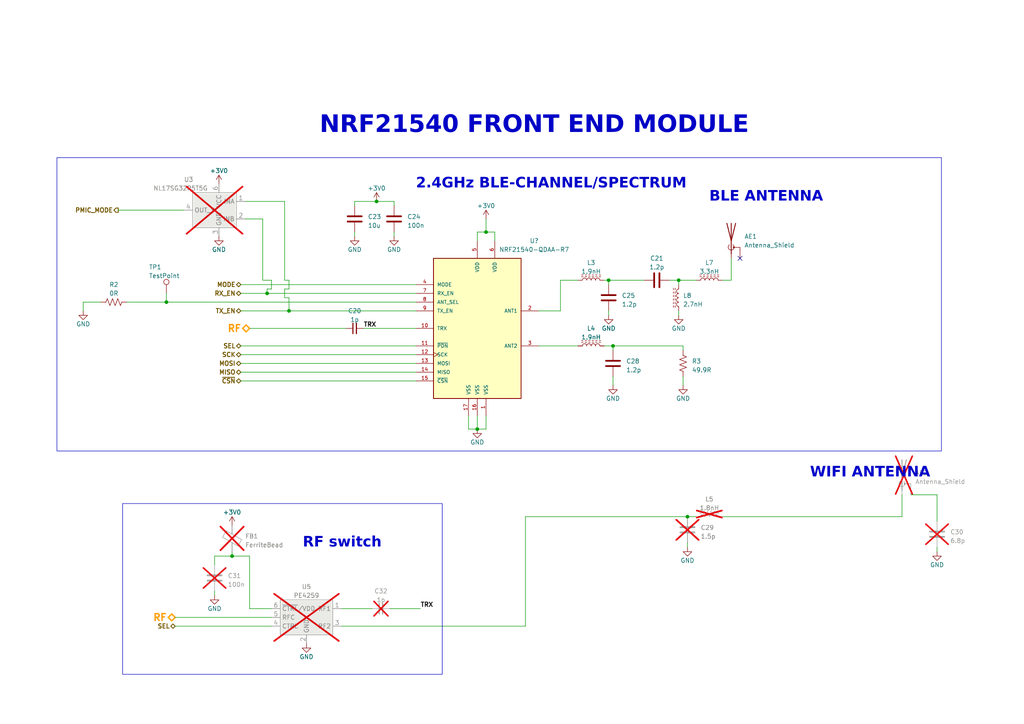
<source format=kicad_sch>
(kicad_sch (version 20230121) (generator eeschema)
  (paper "A4")
  (lib_symbols
    (symbol "Connector:TestPoint" (pin_numbers hide) (pin_names (offset 0.762) hide)
      (property "Reference" "TP" (at 0 6.858 0))
      (property "Value" "TestPoint" (at 0 5.08 0))
      (symbol "TestPoint_0_1"
        (circle (center 0 3.302) (radius 0.762))
      )
      (symbol "TestPoint_1_1"
        (pin passive line (at 0 0 90) (length 2.54) (name "1") (number "1"))
      )
    )
    (symbol "Device:Antenna_Shield" (pin_numbers hide) (pin_names (offset 1.016) hide)
      (property "Reference" "AE" (at -1.905 4.445 0))
      (property "Value" "Antenna_Shield" (at -1.905 2.54 0))
      (symbol "Antenna_Shield_0_1"
        (arc (start -0.508 -1.143) (mid -0.8429 -2.1194) (end 0 -2.667))
        (arc (start 0 -2.667) (mid 0.7989 -2.1052) (end 0.508 -1.143))
        (polyline (pts (xy 0 -2.54) (xy 0 0)))
        (polyline (pts (xy 0 5.08) (xy 0 -3.81)) (stroke (width 0.254)))
        (polyline (pts (xy 0.762 -1.905) (xy 2.54 -1.905)))
        (polyline (pts (xy 2.54 -2.54) (xy 2.54 -1.905)))
        (polyline (pts (xy 1.27 5.08) (xy 0 0) (xy -1.27 5.08)) (stroke (width 0.254)))
        (circle (center 0.762 -1.905) (radius 0.1778) (fill (type outline)))
      )
      (symbol "Antenna_Shield_1_1"
        (pin input line (at 0 -5.08 90) (length 2.54) (name "A") (number "1"))
        (pin input line (at 2.54 -5.08 90) (length 2.54) (name "Shield") (number "2"))
      )
    )
    (symbol "Device:C" (pin_numbers hide) (pin_names (offset 0.254))
      (property "Reference" "C" (at 0.635 2.54 0))
      (property "Value" "C" (at 0.635 -2.54 0))
      (symbol "C_0_1"
        (polyline (pts (xy -2.032 -0.762) (xy 2.032 -0.762)) (stroke (width 0.508)))
        (polyline (pts (xy -2.032 0.762) (xy 2.032 0.762)) (stroke (width 0.508)))
      )
      (symbol "C_1_1"
        (pin passive line (at 0 3.81 270) (length 2.794) (name "~") (number "1"))
        (pin passive line (at 0 -3.81 90) (length 2.794) (name "~") (number "2"))
      )
    )
    (symbol "Device:C_Small" (pin_numbers hide) (pin_names (offset 0.254) hide)
      (property "Reference" "C" (at 0.254 1.778 0))
      (property "Value" "C_Small" (at 0.254 -2.032 0))
      (symbol "C_Small_0_1"
        (polyline (pts (xy -1.524 -0.508) (xy 1.524 -0.508)) (stroke (width 0.3302)))
        (polyline (pts (xy -1.524 0.508) (xy 1.524 0.508)) (stroke (width 0.3048)))
      )
      (symbol "C_Small_1_1"
        (pin passive line (at 0 2.54 270) (length 2.032) (name "~") (number "1"))
        (pin passive line (at 0 -2.54 90) (length 2.032) (name "~") (number "2"))
      )
    )
    (symbol "Device:FerriteBead" (pin_numbers hide) (pin_names (offset 0))
      (property "Reference" "FB" (at -3.81 0.635 90))
      (property "Value" "FerriteBead" (at 3.81 0 90))
      (symbol "FerriteBead_0_1"
        (polyline (pts (xy 0 -1.27) (xy 0 -1.2192)))
        (polyline (pts (xy 0 1.27) (xy 0 1.2954)))
        (polyline (pts (xy -2.7686 0.4064) (xy -1.7018 2.2606) (xy 2.7686 -0.3048) (xy 1.6764 -2.159) (xy -2.7686 0.4064)))
      )
      (symbol "FerriteBead_1_1"
        (pin passive line (at 0 3.81 270) (length 2.54) (name "~") (number "1"))
        (pin passive line (at 0 -3.81 90) (length 2.54) (name "~") (number "2"))
      )
    )
    (symbol "Device:L_Ferrite" (pin_numbers hide) (pin_names (offset 1.016) hide)
      (property "Reference" "L" (at -1.27 0 90))
      (property "Value" "L_Ferrite" (at 2.794 0 90))
      (symbol "L_Ferrite_0_1"
        (arc (start 0 -2.54) (mid 0.6323 -1.905) (end 0 -1.27))
        (arc (start 0 -1.27) (mid 0.6323 -0.635) (end 0 0))
        (polyline (pts (xy 1.016 -2.794) (xy 1.016 -2.286)))
        (polyline (pts (xy 1.016 -1.778) (xy 1.016 -1.27)))
        (polyline (pts (xy 1.016 -0.762) (xy 1.016 -0.254)))
        (polyline (pts (xy 1.016 0.254) (xy 1.016 0.762)))
        (polyline (pts (xy 1.016 1.27) (xy 1.016 1.778)))
        (polyline (pts (xy 1.016 2.286) (xy 1.016 2.794)))
        (polyline (pts (xy 1.524 -2.286) (xy 1.524 -2.794)))
        (polyline (pts (xy 1.524 -1.27) (xy 1.524 -1.778)))
        (polyline (pts (xy 1.524 -0.254) (xy 1.524 -0.762)))
        (polyline (pts (xy 1.524 0.762) (xy 1.524 0.254)))
        (polyline (pts (xy 1.524 1.778) (xy 1.524 1.27)))
        (polyline (pts (xy 1.524 2.794) (xy 1.524 2.286)))
        (arc (start 0 0) (mid 0.6323 0.635) (end 0 1.27))
        (arc (start 0 1.27) (mid 0.6323 1.905) (end 0 2.54))
      )
      (symbol "L_Ferrite_1_1"
        (pin passive line (at 0 3.81 270) (length 1.27) (name "1") (number "1"))
        (pin passive line (at 0 -3.81 90) (length 1.27) (name "2") (number "2"))
      )
    )
    (symbol "Device:R_US" (pin_numbers hide) (pin_names (offset 0))
      (property "Reference" "R" (at 2.54 0 90))
      (property "Value" "R_US" (at -2.54 0 90))
      (symbol "R_US_0_1"
        (polyline (pts (xy 0 -2.286) (xy 0 -2.54)))
        (polyline (pts (xy 0 2.286) (xy 0 2.54)))
        (polyline (pts (xy 0 -0.762) (xy 1.016 -1.143) (xy 0 -1.524) (xy -1.016 -1.905) (xy 0 -2.286)))
        (polyline (pts (xy 0 0.762) (xy 1.016 0.381) (xy 0 0) (xy -1.016 -0.381) (xy 0 -0.762)))
        (polyline (pts (xy 0 2.286) (xy 1.016 1.905) (xy 0 1.524) (xy -1.016 1.143) (xy 0 0.762)))
      )
      (symbol "R_US_1_1"
        (pin passive line (at 0 3.81 270) (length 1.27) (name "~") (number "1"))
        (pin passive line (at 0 -3.81 90) (length 1.27) (name "~") (number "2"))
      )
    )
    (symbol "GCL_Integrated-Circuits:NL17SG32P5T5G"
      (property "Reference" "U" (at -7.62 -2.54 0))
      (property "Value" "NL17SG32P5T5G" (at 0 2.54 0))
      (symbol "NL17SG32P5T5G_0_0"
        (pin passive line (at -7.62 -5.08 0) (length 2.54) (name "INA") (number "1"))
        (pin passive line (at -7.62 -10.16 0) (length 2.54) (name "INB") (number "2"))
        (pin passive line (at 0 -15.24 90) (length 2.54) (name "GND") (number "3"))
        (pin passive line (at 10.16 -7.62 180) (length 2.54) (name "OUT_Y") (number "4"))
        (pin no_connect line (at -7.62 -7.62 0) (length 2.54) hide (name "NC") (number "5"))
        (pin passive line (at 0 0 270) (length 2.54) (name "VCC") (number "6"))
      )
      (symbol "NL17SG32P5T5G_0_1"
        (rectangle (start -5.08 -2.54) (end 7.62 -12.7) (fill (type background)))
      )
    )
    (symbol "GCL_Integrated-Circuits:NRF21540-QDAA-R7" (pin_names (offset 1.016))
      (property "Reference" "U" (at -12.7 21.209 0))
      (property "Value" "NRF21540-QDAA-R7" (at -25.4 -22.86 0))
      (symbol "NRF21540-QDAA-R7_0_0"
        (rectangle (start -12.7 -20.32) (end 12.7 20.32) (stroke (width 0.254)) (fill (type background)))
        (pin power_in line (at 2.54 -25.4 90) (length 5.08) (name "VSS") (number "1"))
        (pin bidirectional line (at -17.78 0 0) (length 5.08) (name "TRX") (number "10"))
        (pin input line (at -17.78 -5.08 0) (length 5.08) (name "~{PDN}") (number "11"))
        (pin input clock (at -17.78 -7.62 0) (length 5.08) (name "SCK") (number "12"))
        (pin input line (at -17.78 -10.16 0) (length 5.08) (name "MOSI") (number "13"))
        (pin output line (at -17.78 -12.7 0) (length 5.08) (name "MISO") (number "14"))
        (pin input line (at -17.78 -15.24 0) (length 5.08) (name "~{CSN}") (number "15"))
        (pin power_in line (at 0 -25.4 90) (length 5.08) (name "VSS") (number "16"))
        (pin power_in line (at -2.54 -25.4 90) (length 5.08) (name "VSS") (number "17"))
        (pin bidirectional line (at 17.78 5.08 180) (length 5.08) (name "ANT1") (number "2"))
        (pin bidirectional line (at 17.78 -5.08 180) (length 5.08) (name "ANT2") (number "3"))
        (pin input line (at -17.78 12.7 0) (length 5.08) (name "MODE") (number "4"))
        (pin power_in line (at 0 25.4 270) (length 5.08) (name "VDD") (number "5"))
        (pin power_in line (at 5.08 25.4 270) (length 5.08) (name "VDD") (number "6"))
        (pin input line (at -17.78 10.16 0) (length 5.08) (name "RX_EN") (number "7"))
        (pin input line (at -17.78 7.62 0) (length 5.08) (name "ANT_SEL") (number "8"))
        (pin input line (at -17.78 5.08 0) (length 5.08) (name "TX_EN") (number "9"))
      )
    )
    (symbol "GCL_Integrated-Circuits:PE4259"
      (property "Reference" "U" (at 0 5.08 0))
      (property "Value" "PE4259" (at 0 2.54 0))
      (symbol "PE4259_0_0"
        (pin passive line (at 10.16 -2.54 180) (length 2.54) (name "RF1") (number "1"))
        (pin passive line (at 0 -12.7 90) (length 2.54) (name "GND") (number "2"))
        (pin passive line (at 10.16 -7.62 180) (length 2.54) (name "RF2") (number "3"))
        (pin passive line (at -10.16 -7.62 0) (length 2.54) (name "CTRL") (number "4"))
        (pin passive line (at -10.16 -5.08 0) (length 2.54) (name "RFC") (number "5"))
        (pin passive line (at -10.16 -2.54 0) (length 2.54) (name "~{CTRL}/VDD") (number "6"))
      )
      (symbol "PE4259_0_1"
        (rectangle (start -7.62 0) (end 7.62 -10.16) (fill (type background)))
      )
    )
    (symbol "power:+3V0" (power) (pin_names (offset 0))
      (property "Value" "+3V0" (at 0 3.556 0))
      (symbol "+3V0_0_1"
        (polyline (pts (xy -0.762 1.27) (xy 0 2.54)))
        (polyline (pts (xy 0 0) (xy 0 2.54)))
        (polyline (pts (xy 0 2.54) (xy 0.762 1.27)))
      )
      (symbol "+3V0_1_1"
        (pin power_in line (at 0 0 90) (length 0) hide (name "+3V0") (number "1"))
      )
    )
    (symbol "power:GND" (power) (pin_names (offset 0))
      (property "Value" "GND" (at 0 -3.81 0))
      (symbol "GND_0_1"
        (polyline (pts (xy 0 0) (xy 0 -1.27) (xy 1.27 -1.27) (xy 0 -2.54) (xy -1.27 -1.27) (xy 0 -1.27)))
      )
      (symbol "GND_1_1"
        (pin power_in line (at 0 0 270) (length 0) hide (name "GND") (number "1"))
      )
    )
  )
  (junction (at 83.82 90.17))
  (junction (at 48.26 87.63))
  (junction (at 77.47 85.09))
  (junction (at 138.43 124.46))
  (junction (at 140.97 67.31))
  (junction (at 177.8 100.33))
  (junction (at 67.31 161.29))
  (junction (at 199.39 149.86))
  (junction (at 196.85 81.28))
  (junction (at 176.53 81.28))
  (junction (at 109.22 58.42))
  (no_connect (at 214.63 74.93))
  (wire (pts (xy 209.55 81.28) (xy 212.09 81.28)))
  (wire (pts (xy 198.12 109.22) (xy 198.12 111.76)))
  (wire (pts (xy 138.43 120.65) (xy 138.43 124.46)))
  (wire (pts (xy 105.41 95.25) (xy 120.65 95.25)))
  (wire (pts (xy 156.21 100.33) (xy 167.64 100.33)))
  (wire (pts (xy 48.26 87.63) (xy 120.65 87.63)))
  (wire (pts (xy 99.06 176.53) (xy 107.95 176.53)))
  (wire (pts (xy 209.55 149.86) (xy 261.62 149.86)))
  (wire (pts (xy 264.16 143.51) (xy 271.78 143.51)))
  (wire (pts (xy 69.85 90.17) (xy 83.82 90.17)))
  (wire (pts (xy 69.85 105.41) (xy 120.65 105.41)))
  (wire (pts (xy 135.89 124.46) (xy 138.43 124.46)))
  (wire (pts (xy 199.39 158.75) (xy 199.39 157.48)))
  (wire (pts (xy 62.23 172.72) (xy 62.23 171.45)))
  (wire (pts (xy 114.3 59.69) (xy 114.3 58.42)))
  (wire (pts (xy 271.78 160.02) (xy 271.78 158.75)))
  (wire (pts (xy 152.4 181.61) (xy 152.4 149.86)))
  (wire (pts (xy 69.85 82.55) (xy 120.65 82.55)))
  (wire (pts (xy 140.97 67.31) (xy 143.51 67.31)))
  (wire (pts (xy 271.78 143.51) (xy 271.78 151.13)))
  (wire (pts (xy 76.2 63.5) (xy 71.12 63.5)))
  (wire (pts (xy 77.47 85.09) (xy 120.65 85.09)))
  (wire (pts (xy 162.56 90.17) (xy 162.56 81.28)))
  (wire (pts (xy 77.47 83.82) (xy 78.74 83.82)))
  (wire (pts (xy 138.43 67.31) (xy 138.43 69.85)))
  (wire (pts (xy 138.43 124.46) (xy 140.97 124.46)))
  (wire (pts (xy 69.85 107.95) (xy 120.65 107.95)))
  (wire (pts (xy 72.39 161.29) (xy 67.31 161.29)))
  (wire (pts (xy 69.85 100.33) (xy 120.65 100.33)))
  (wire (pts (xy 72.39 95.25) (xy 100.33 95.25)))
  (wire (pts (xy 176.53 81.28) (xy 186.69 81.28)))
  (wire (pts (xy 62.23 161.29) (xy 62.23 163.83)))
  (wire (pts (xy 102.87 68.58) (xy 102.87 67.31)))
  (wire (pts (xy 34.29 60.96) (xy 53.34 60.96)))
  (wire (pts (xy 24.13 87.63) (xy 29.21 87.63)))
  (wire (pts (xy 156.21 90.17) (xy 162.56 90.17)))
  (wire (pts (xy 175.26 81.28) (xy 176.53 81.28)))
  (wire (pts (xy 196.85 81.28) (xy 201.93 81.28)))
  (wire (pts (xy 140.97 67.31) (xy 138.43 67.31)))
  (wire (pts (xy 67.31 160.02) (xy 67.31 161.29)))
  (wire (pts (xy 176.53 91.44) (xy 176.53 90.17)))
  (wire (pts (xy 82.55 86.36) (xy 83.82 86.36)))
  (wire (pts (xy 69.85 85.09) (xy 77.47 85.09)))
  (wire (pts (xy 102.87 58.42) (xy 102.87 59.69)))
  (wire (pts (xy 143.51 67.31) (xy 143.51 69.85)))
  (wire (pts (xy 83.82 81.28) (xy 83.82 83.82)))
  (wire (pts (xy 72.39 161.29) (xy 72.39 176.53)))
  (wire (pts (xy 140.97 63.5) (xy 140.97 67.31)))
  (wire (pts (xy 212.09 74.93) (xy 212.09 81.28)))
  (wire (pts (xy 36.83 87.63) (xy 48.26 87.63)))
  (wire (pts (xy 71.12 58.42) (xy 82.55 58.42)))
  (wire (pts (xy 67.31 161.29) (xy 62.23 161.29)))
  (wire (pts (xy 83.82 90.17) (xy 120.65 90.17)))
  (wire (pts (xy 140.97 124.46) (xy 140.97 120.65)))
  (wire (pts (xy 76.2 81.28) (xy 76.2 63.5)))
  (wire (pts (xy 69.85 102.87) (xy 120.65 102.87)))
  (wire (pts (xy 177.8 100.33) (xy 198.12 100.33)))
  (wire (pts (xy 24.13 87.63) (xy 24.13 90.17)))
  (wire (pts (xy 50.8 181.61) (xy 78.74 181.61)))
  (wire (pts (xy 196.85 81.28) (xy 196.85 82.55)))
  (wire (pts (xy 176.53 81.28) (xy 176.53 82.55)))
  (wire (pts (xy 78.74 176.53) (xy 72.39 176.53)))
  (wire (pts (xy 83.82 83.82) (xy 82.55 83.82)))
  (wire (pts (xy 152.4 149.86) (xy 199.39 149.86)))
  (wire (pts (xy 82.55 58.42) (xy 82.55 81.28)))
  (wire (pts (xy 135.89 120.65) (xy 135.89 124.46)))
  (wire (pts (xy 114.3 68.58) (xy 114.3 67.31)))
  (wire (pts (xy 77.47 85.09) (xy 77.47 83.82)))
  (wire (pts (xy 196.85 91.44) (xy 196.85 90.17)))
  (wire (pts (xy 48.26 85.09) (xy 48.26 87.63)))
  (wire (pts (xy 50.8 179.07) (xy 78.74 179.07)))
  (wire (pts (xy 69.85 110.49) (xy 120.65 110.49)))
  (wire (pts (xy 78.74 81.28) (xy 76.2 81.28)))
  (wire (pts (xy 162.56 81.28) (xy 167.64 81.28)))
  (wire (pts (xy 177.8 111.76) (xy 177.8 109.22)))
  (wire (pts (xy 99.06 181.61) (xy 152.4 181.61)))
  (wire (pts (xy 177.8 100.33) (xy 177.8 101.6)))
  (wire (pts (xy 113.03 176.53) (xy 121.92 176.53)))
  (wire (pts (xy 175.26 100.33) (xy 177.8 100.33)))
  (wire (pts (xy 82.55 83.82) (xy 82.55 86.36)))
  (wire (pts (xy 102.87 58.42) (xy 109.22 58.42)))
  (wire (pts (xy 261.62 143.51) (xy 261.62 149.86)))
  (wire (pts (xy 199.39 149.86) (xy 201.93 149.86)))
  (wire (pts (xy 82.55 81.28) (xy 83.82 81.28)))
  (wire (pts (xy 83.82 86.36) (xy 83.82 90.17)))
  (wire (pts (xy 78.74 83.82) (xy 78.74 81.28)))
  (wire (pts (xy 109.22 58.42) (xy 114.3 58.42)))
  (wire (pts (xy 194.31 81.28) (xy 196.85 81.28)))
  (wire (pts (xy 198.12 100.33) (xy 198.12 101.6)))
  (rectangle (start 35.56 146.05) (end 128.27 195.58))
  (rectangle (start 16.51 45.72) (end 273.05 130.81))
  (text "BLE ANTENNA" (at 205.74 59.69 0) (effects (font (size 3 3) bold) (justify left bottom)))
  (text "2.4GHz BLE-CHANNEL/SPECTRUM" (at 120.65 55.88 0) (effects (font (size 3 3) bold) (justify left bottom)))
  (text "NRF21540 FRONT END MODULE\n" (at 92.71 40.64 0) (effects (font (size 5 5) (thickness 1) bold) (justify left bottom)))
  (text "WIFI ANTENNA" (at 234.95 139.7 0) (effects (font (size 3 3) bold) (justify left bottom)))
  (text " RF switch" (at 86.36 160.02 0) (effects (font (size 3 3) bold) (justify left bottom)))
  (label "TRX" (at 105.41 95.25 0) (effects (font bold)))
  (label "TRX" (at 121.92 176.53 0) (effects (font bold)))
  (hierarchical_label "MISO" (shape bidirectional) (at 69.85 107.95 180) (effects (font bold)))
  (hierarchical_label "MOSI" (shape bidirectional) (at 69.85 105.41 180) (effects (font bold)))
  (hierarchical_label "~{CSN}" (shape bidirectional) (at 69.85 110.49 180) (effects (font bold)))
  (hierarchical_label "RF" (shape bidirectional) (at 72.39 95.25 180) (effects (font (size 2 2) bold)))
  (hierarchical_label "PMIC_MODE" (shape output) (at 34.29 60.96 180) (effects (font bold)))
  (hierarchical_label "MODE" (shape bidirectional) (at 69.85 82.55 180) (effects (font bold)))
  (hierarchical_label "RF" (shape bidirectional) (at 50.8 179.07 180) (effects (font (size 2 2) bold)))
  (hierarchical_label "TX_EN" (shape bidirectional) (at 69.85 90.17 180) (effects (font bold)))
  (hierarchical_label "SCK" (shape bidirectional) (at 69.85 102.87 180) (effects (font bold)))
  (hierarchical_label "RX_EN" (shape bidirectional) (at 69.85 85.09 180) (effects (font bold)))
  (hierarchical_label "SEL" (shape bidirectional) (at 69.85 100.33 180) (effects (font bold)))
  (hierarchical_label "SEL" (shape bidirectional) (at 50.8 181.61 180) (effects (font bold)))
  (symbol (lib_id "Device:C") (at 199.39 153.67 0) (unit 1) (in_bom no) (on_board no) (dnp yes)
    (property "Reference" "C29" (at 203.2 153.035 0) (effects (justify left)))
    (property "Value" "1.5p" (at 203.2 155.575 0) (effects (justify left)))
    (property "Footprint" "Capacitor_SMD:C_0402_1005Metric" (effects hide))
  )
  (symbol (lib_id "power:GND") (at 102.87 68.58 0) (unit 1)
    (property "Reference" "#PWR047" (effects hide))
    (property "Value" "GND" (at 102.87 72.39 0))
  )
  (symbol (lib_id "power:+3V0") (at 140.97 63.5 0) (unit 1)
    (property "Reference" "#PWR011" (effects hide))
    (property "Value" "+3V0" (at 140.97 59.69 0))
    (instances (project "the_thingy" (path "" (reference "#PWR011") (unit 1)) (path "" (reference "#PWR024") (unit 1)) (path "" (reference "#PWR04") (unit 1))))
  )
  (symbol (lib_id "Device:C") (at 176.53 86.36 0) (unit 1)
    (property "Reference" "C25" (at 180.34 85.725 0) (effects (justify left)))
    (property "Value" "1.2p" (at 180.34 88.265 0) (effects (justify left)))
    (property "Footprint" "Capacitor_SMD:C_0402_1005Metric" (effects hide))
  )
  (symbol (lib_id "Device:L_Ferrite") (at 171.45 81.28 90) (unit 1)
    (property "Reference" "L3" (at 171.45 76.2 90))
    (property "Value" "1.9nH" (at 171.45 78.74 90))
    (property "Footprint" "Inductor_SMD:L_0402_1005Metric" (effects hide))
  )
  (symbol (lib_id "Device:L_Ferrite") (at 171.45 100.33 90) (unit 1)
    (property "Reference" "L4" (at 171.45 95.25 90))
    (property "Value" "1.9nH" (at 171.45 97.79 90))
    (property "Footprint" "Inductor_SMD:L_0402_1005Metric" (effects hide))
  )
  (symbol (lib_id "Device:C") (at 177.8 105.41 0) (unit 1)
    (property "Reference" "C28" (at 181.61 104.775 0) (effects (justify left)))
    (property "Value" "1.2p" (at 181.61 107.315 0) (effects (justify left)))
    (property "Footprint" "Capacitor_SMD:C_0402_1005Metric" (effects hide))
  )
  (symbol (lib_id "Device:C_Small") (at 102.87 95.25 90) (unit 1)
    (property "Reference" "C20" (at 102.8763 90.17 90))
    (property "Value" "1p" (at 102.8763 92.71 90))
    (property "Footprint" "Capacitor_SMD:C_0402_1005Metric" (effects hide))
  )
  (symbol (lib_id "power:+3V0") (at 67.31 152.4 0) (unit 1)
    (property "Reference" "#PWR011" (effects hide))
    (property "Value" "+3V0" (at 67.31 148.59 0))
    (instances (project "the_thingy" (path "" (reference "#PWR011") (unit 1)) (path "" (reference "#PWR024") (unit 1)) (path "" (reference "#PWR05") (unit 1))))
  )
  (symbol (lib_id "Device:C") (at 271.78 154.94 0) (unit 1) (in_bom no) (on_board no) (dnp yes)
    (property "Reference" "C30" (at 275.59 154.305 0) (effects (justify left)))
    (property "Value" "6.8p" (at 275.59 156.845 0) (effects (justify left)))
    (property "Footprint" "Capacitor_SMD:C_0402_1005Metric" (effects hide))
  )
  (symbol (lib_id "power:GND") (at 196.85 91.44 0) (unit 1)
    (property "Reference" "#PWR043" (effects hide))
    (property "Value" "GND" (at 196.85 95.25 0))
  )
  (symbol (lib_id "GCL_Integrated-Circuits:NL17SG32P5T5G") (at 63.5 53.34 0) (mirror y) (unit 1) (in_bom no) (on_board no) (dnp yes)
    (property "Reference" "U3" (at 53.34 52.07 0) (effects (justify right)))
    (property "Value" "NL17SG32P5T5G" (at 44.45 54.61 0) (effects (justify right)))
    (property "Footprint" "Package_TO_SOT_SMD:SOT-353_SC-70-5_Handsoldering" (effects hide))
    (property "MPN" "NL17SG32P5T5G" (effects hide))
  )
  (symbol (lib_id "Device:R_US") (at 198.12 105.41 180) (unit 1)
    (property "Reference" "R3" (at 200.66 104.775 0) (effects (justify right)))
    (property "Value" "49.9R" (at 200.66 107.315 0) (effects (justify right)))
    (property "Footprint" "Resistor_SMD:R_0402_1005Metric" (effects hide))
  )
  (symbol (lib_id "power:GND") (at 24.13 90.17 0) (unit 1)
    (property "Reference" "#PWR052" (effects hide))
    (property "Value" "GND" (at 24.13 93.98 0))
  )
  (symbol (lib_id "Device:L_Ferrite") (at 205.74 149.86 90) (unit 1) (on_board no) (dnp yes)
    (property "Reference" "L5" (at 205.74 144.78 90))
    (property "Value" "1.8nH" (at 205.74 147.32 90))
    (property "Footprint" "Inductor_SMD:L_0402_1005Metric" (effects hide))
  )
  (symbol (lib_id "power:GND") (at 114.3 68.58 0) (unit 1)
    (property "Reference" "#PWR046" (effects hide))
    (property "Value" "GND" (at 114.3 72.39 0))
  )
  (symbol (lib_id "power:GND") (at 271.78 160.02 0) (unit 1)
    (property "Reference" "#PWR054" (effects hide))
    (property "Value" "GND" (at 271.78 163.83 0))
  )
  (symbol (lib_id "power:GND") (at 177.8 111.76 0) (unit 1)
    (property "Reference" "#PWR056" (effects hide))
    (property "Value" "GND" (at 177.8 115.57 0))
  )
  (symbol (lib_id "Device:R_US") (at 33.02 87.63 270) (unit 1)
    (property "Reference" "R2" (at 33.02 82.55 90))
    (property "Value" "0R" (at 33.02 85.09 90))
    (property "Footprint" "Resistor_SMD:R_0402_1005Metric" (effects hide))
  )
  (symbol (lib_id "Device:C") (at 62.23 167.64 0) (unit 1) (in_bom no) (on_board no) (dnp yes)
    (property "Reference" "C31" (at 66.04 167.005 0) (effects (justify left)))
    (property "Value" "100n" (at 66.04 169.545 0) (effects (justify left)))
    (property "Footprint" "Capacitor_SMD:C_0402_1005Metric" (effects hide))
  )
  (symbol (lib_id "power:GND") (at 62.23 172.72 0) (unit 1)
    (property "Reference" "#PWR049" (effects hide))
    (property "Value" "GND" (at 62.23 176.53 0))
  )
  (symbol (lib_id "Device:L_Ferrite") (at 205.74 81.28 90) (unit 1)
    (property "Reference" "L7" (at 205.74 76.2 90))
    (property "Value" "3.3nH" (at 205.74 78.74 90))
    (property "Footprint" "Inductor_SMD:L_0402_1005Metric" (effects hide))
  )
  (symbol (lib_id "Device:C") (at 102.87 63.5 0) (unit 1)
    (property "Reference" "C23" (at 106.68 62.865 0) (effects (justify left)))
    (property "Value" "10u" (at 106.68 65.405 0) (effects (justify left)))
    (property "Footprint" "Capacitor_SMD:C_0402_1005Metric" (effects hide))
  )
  (symbol (lib_id "Device:FerriteBead") (at 67.31 156.21 0) (unit 1) (in_bom no) (on_board no) (dnp yes)
    (property "Reference" "FB1" (at 71.12 155.5242 0) (effects (justify left)))
    (property "Value" "FerriteBead" (at 71.12 158.0642 0) (effects (justify left)))
    (property "Footprint" "Inductor_SMD:L_0402_1005Metric" (effects hide))
  )
  (symbol (lib_id "power:+3V0") (at 63.5 53.34 0) (unit 1)
    (property "Reference" "#PWR011" (effects hide))
    (property "Value" "+3V0" (at 63.5 49.53 0))
    (instances (project "the_thingy" (path "" (reference "#PWR011") (unit 1)) (path "" (reference "#PWR024") (unit 1)) (path "" (reference "#PWR03") (unit 1))))
  )
  (symbol (lib_id "GCL_Integrated-Circuits:NRF21540-QDAA-R7") (at 138.43 95.25 0) (unit 1)
    (property "Reference" "U?" (at 154.94 69.85 0))
    (property "Value" "NRF21540-QDAA-R7" (at 154.94 72.39 0))
    (property "Footprint" "Package_DFN_QFN:QFN-16-1EP_4x4mm_P0.65mm_EP2.7x2.7mm" (effects hide))
    (property "PIN_COUNT_D" "4.0" (effects hide))
    (property "B_MAX" "0.35" (effects hide))
    (property "D_NOM" "4.0" (effects hide))
    (property "D2_NOM" "2.65" (effects hide))
    (property "E2_NOM" "2.65" (effects hide))
    (property "A_MAX" "0.95" (effects hide))
    (property "L_MAX" "0.45" (effects hide))
    (property "L_NOM" "0.4" (effects hide))
    (property "B_MIN" "0.25" (effects hide))
    (property "E_NOM" "4.0" (effects hide))
    (property "PARTREV" "1.0" (effects hide))
    (property "PIN_COUNT_E" "4.0" (effects hide))
    (property "ENOM" "0.65" (effects hide))
    (property "E_MAX" "4.0" (effects hide))
    (property "L_MIN" "0.35" (effects hide))
    (property "D_MIN" "4.0" (effects hide))
    (property "E_MIN" "4.0" (effects hide))
    (property "D_MAX" "4.0" (effects hide))
    (property "STANDARD" "IPC 7351B" (effects hide))
    (property "B_NOM" "0.3" (effects hide))
    (property "MANUFACTURER" "Nordic Semiconductor" (effects hide))
    (instances (project "the_thingy" (path "" (reference "U?") (unit 1)) (path "" (reference "U4") (unit 1))))
  )
  (symbol (lib_id "Device:Antenna_Shield") (at 261.62 138.43 0) (unit 1) (on_board no) (dnp yes)
    (property "Reference" "AE2" (at 265.43 137.16 0) (effects (justify left)))
    (property "Value" "Antenna_Shield" (at 265.43 139.7 0) (effects (justify left)))
  )
  (symbol (lib_id "power:GND") (at 199.39 158.75 0) (unit 1)
    (property "Reference" "#PWR053" (effects hide))
    (property "Value" "GND" (at 199.39 162.56 0))
  )
  (symbol (lib_id "Connector:TestPoint") (at 48.26 85.09 0) (unit 1)
    (property "Reference" "TP1" (at 43.18 77.47 0) (effects (justify left)))
    (property "Value" "TestPoint" (at 43.18 80.01 0) (effects (justify left)))
    (property "Footprint" "brilliant-kicad-library:TestPoint_Pad_D0.5mm" (effects hide))
  )
  (symbol (lib_id "power:GND") (at 176.53 91.44 0) (unit 1)
    (property "Reference" "#PWR042" (effects hide))
    (property "Value" "GND" (at 176.53 95.25 0))
  )
  (symbol (lib_id "power:GND") (at 63.5 68.58 0) (unit 1)
    (property "Reference" "#PWR058" (effects hide))
    (property "Value" "GND" (at 63.5 72.39 0))
  )
  (symbol (lib_id "Device:Antenna_Shield") (at 212.09 69.85 0) (unit 1)
    (property "Reference" "AE1" (at 215.9 68.58 0) (effects (justify left)))
    (property "Value" "Antenna_Shield" (at 215.9 71.12 0) (effects (justify left)))
    (property "Footprint" "greencharge-footprints:ANTENNA_7488930245" (effects hide))
  )
  (symbol (lib_id "Device:L_Ferrite") (at 196.85 86.36 180) (unit 1)
    (property "Reference" "L8" (at 198.12 85.725 0) (effects (justify right)))
    (property "Value" "2.7nH" (at 198.12 88.265 0) (effects (justify right)))
    (property "Footprint" "Inductor_SMD:L_0402_1005Metric" (effects hide))
  )
  (symbol (lib_id "GCL_Integrated-Circuits:PE4259") (at 88.9 173.99 0) (unit 1) (in_bom no) (on_board no) (dnp yes)
    (property "Reference" "U5" (at 88.9 170.18 0))
    (property "Value" "PE4259" (at 88.9 172.72 0))
    (property "Footprint" "Package_TO_SOT_SMD:SOT-363_SC-70-6_Handsoldering" (effects hide))
    (property "MPN" "PE4259" (effects hide))
  )
  (symbol (lib_id "power:+3V0") (at 109.22 58.42 0) (unit 1)
    (property "Reference" "#PWR011" (effects hide))
    (property "Value" "+3V0" (at 109.22 54.61 0))
    (instances (project "the_thingy" (path "" (reference "#PWR011") (unit 1)) (path "" (reference "#PWR024") (unit 1)) (path "" (reference "#PWR02") (unit 1))))
  )
  (symbol (lib_id "power:GND") (at 198.12 111.76 0) (unit 1)
    (property "Reference" "#PWR057" (effects hide))
    (property "Value" "GND" (at 198.12 115.57 0))
  )
  (symbol (lib_id "Device:C") (at 190.5 81.28 90) (unit 1)
    (property "Reference" "C21" (at 190.5 74.93 90))
    (property "Value" "1.2p" (at 190.5 77.47 90))
    (property "Footprint" "Capacitor_SMD:C_0402_1005Metric" (effects hide))
  )
  (symbol (lib_id "Device:C") (at 114.3 63.5 0) (unit 1)
    (property "Reference" "C24" (at 118.11 62.865 0) (effects (justify left)))
    (property "Value" "100n" (at 118.11 65.405 0) (effects (justify left)))
    (property "Footprint" "Capacitor_SMD:C_0402_1005Metric" (effects hide))
  )
  (symbol (lib_id "power:GND") (at 88.9 186.69 0) (unit 1)
    (property "Reference" "#PWR051" (effects hide))
    (property "Value" "GND" (at 88.9 190.5 0))
  )
  (symbol (lib_id "Device:C_Small") (at 110.49 176.53 90) (unit 1) (in_bom no) (on_board no) (dnp yes)
    (property "Reference" "C32" (at 110.4963 171.45 90))
    (property "Value" "1p" (at 110.4963 173.99 90))
    (property "Footprint" "Capacitor_SMD:C_0402_1005Metric" (effects hide))
  )
  (symbol (lib_id "power:GND") (at 138.43 124.46 0) (unit 1)
    (property "Reference" "#PWR055" (effects hide))
    (property "Value" "GND" (at 138.43 128.27 0))
  )
)
</source>
